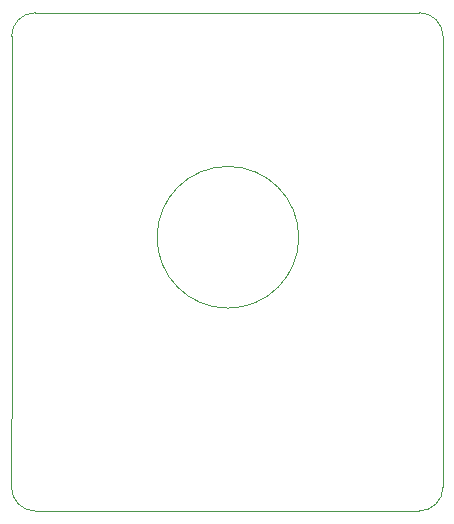
<source format=gbr>
G04 #@! TF.GenerationSoftware,KiCad,Pcbnew,(5.1.10)-1*
G04 #@! TF.CreationDate,2022-02-25T15:53:37+01:00*
G04 #@! TF.ProjectId,led_defogger_PCB_with_UV_2022,6c65645f-6465-4666-9f67-6765725f5043,rev?*
G04 #@! TF.SameCoordinates,Original*
G04 #@! TF.FileFunction,Profile,NP*
%FSLAX46Y46*%
G04 Gerber Fmt 4.6, Leading zero omitted, Abs format (unit mm)*
G04 Created by KiCad (PCBNEW (5.1.10)-1) date 2022-02-25 15:53:37*
%MOMM*%
%LPD*%
G01*
G04 APERTURE LIST*
G04 #@! TA.AperFunction,Profile*
%ADD10C,0.050000*%
G04 #@! TD*
G04 #@! TA.AperFunction,Profile*
%ADD11C,0.100000*%
G04 #@! TD*
G04 APERTURE END LIST*
D10*
X209921500Y-120799600D02*
X177383800Y-120799600D01*
X175399385Y-107324298D02*
X175383800Y-118799600D01*
X211926007Y-107324298D02*
X211921500Y-118799600D01*
D11*
X175399385Y-107324298D02*
X175399385Y-80613895D01*
X177383800Y-120799600D02*
G75*
G02*
X175383800Y-118799600I0J2000000D01*
G01*
X177399385Y-78613895D02*
X209926007Y-78613895D01*
X211921500Y-118799600D02*
G75*
G02*
X209921500Y-120799600I-2000000J0D01*
G01*
X209926007Y-78613895D02*
G75*
G02*
X211926007Y-80613895I0J-2000000D01*
G01*
X211926007Y-80613895D02*
X211926007Y-107324298D01*
X175399385Y-80613895D02*
G75*
G02*
X177399385Y-78613895I2000000J0D01*
G01*
D10*
X199713100Y-97629980D02*
G75*
G03*
X199713100Y-97629980I-6000000J0D01*
G01*
M02*

</source>
